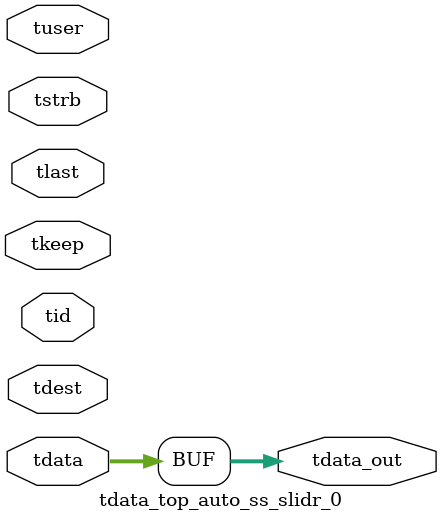
<source format=v>


`timescale 1ps/1ps

module tdata_top_auto_ss_slidr_0 #
(
parameter C_S_AXIS_TDATA_WIDTH = 32,
parameter C_S_AXIS_TUSER_WIDTH = 0,
parameter C_S_AXIS_TID_WIDTH   = 0,
parameter C_S_AXIS_TDEST_WIDTH = 0,
parameter C_M_AXIS_TDATA_WIDTH = 32
)
(
input  [(C_S_AXIS_TDATA_WIDTH == 0 ? 1 : C_S_AXIS_TDATA_WIDTH)-1:0     ] tdata,
input  [(C_S_AXIS_TUSER_WIDTH == 0 ? 1 : C_S_AXIS_TUSER_WIDTH)-1:0     ] tuser,
input  [(C_S_AXIS_TID_WIDTH   == 0 ? 1 : C_S_AXIS_TID_WIDTH)-1:0       ] tid,
input  [(C_S_AXIS_TDEST_WIDTH == 0 ? 1 : C_S_AXIS_TDEST_WIDTH)-1:0     ] tdest,
input  [(C_S_AXIS_TDATA_WIDTH/8)-1:0 ] tkeep,
input  [(C_S_AXIS_TDATA_WIDTH/8)-1:0 ] tstrb,
input                                                                    tlast,
output [C_M_AXIS_TDATA_WIDTH-1:0] tdata_out
);

assign tdata_out = {tdata[31:0]};

endmodule


</source>
